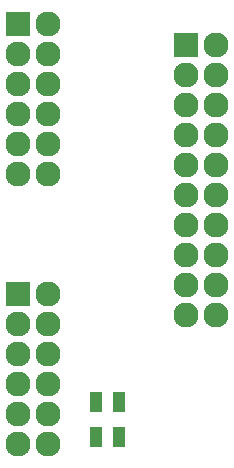
<source format=gbr>
G04 #@! TF.FileFunction,Soldermask,Top*
%FSLAX46Y46*%
G04 Gerber Fmt 4.6, Leading zero omitted, Abs format (unit mm)*
G04 Created by KiCad (PCBNEW 4.0.4+e1-6308~48~ubuntu14.04.1-stable) date Wed Oct 26 00:07:37 2016*
%MOMM*%
%LPD*%
G01*
G04 APERTURE LIST*
%ADD10C,0.100000*%
%ADD11R,2.127200X2.127200*%
%ADD12O,2.127200X2.127200*%
%ADD13R,1.100000X1.700000*%
G04 APERTURE END LIST*
D10*
D11*
X14210000Y-1800000D03*
D12*
X16750000Y-1800000D03*
X14210000Y-4340000D03*
X16750000Y-4340000D03*
X14210000Y-6880000D03*
X16750000Y-6880000D03*
X14210000Y-9420000D03*
X16750000Y-9420000D03*
X14210000Y-11960000D03*
X16750000Y-11960000D03*
X14210000Y-14500000D03*
X16750000Y-14500000D03*
X14210000Y-17040000D03*
X16750000Y-17040000D03*
X14210000Y-19580000D03*
X16750000Y-19580000D03*
X14210000Y-22120000D03*
X16750000Y-22120000D03*
X14210000Y-24660000D03*
X16750000Y-24660000D03*
D11*
X0Y0D03*
D12*
X2540000Y0D03*
X0Y-2540000D03*
X2540000Y-2540000D03*
X0Y-5080000D03*
X2540000Y-5080000D03*
X0Y-7620000D03*
X2540000Y-7620000D03*
X0Y-10160000D03*
X2540000Y-10160000D03*
X0Y-12700000D03*
X2540000Y-12700000D03*
D11*
X0Y-22900000D03*
D12*
X2540000Y-22900000D03*
X0Y-25440000D03*
X2540000Y-25440000D03*
X0Y-27980000D03*
X2540000Y-27980000D03*
X0Y-30520000D03*
X2540000Y-30520000D03*
X0Y-33060000D03*
X2540000Y-33060000D03*
X0Y-35600000D03*
X2540000Y-35600000D03*
D13*
X8500000Y-32000000D03*
X6600000Y-32000000D03*
X8500000Y-35000000D03*
X6600000Y-35000000D03*
M02*

</source>
